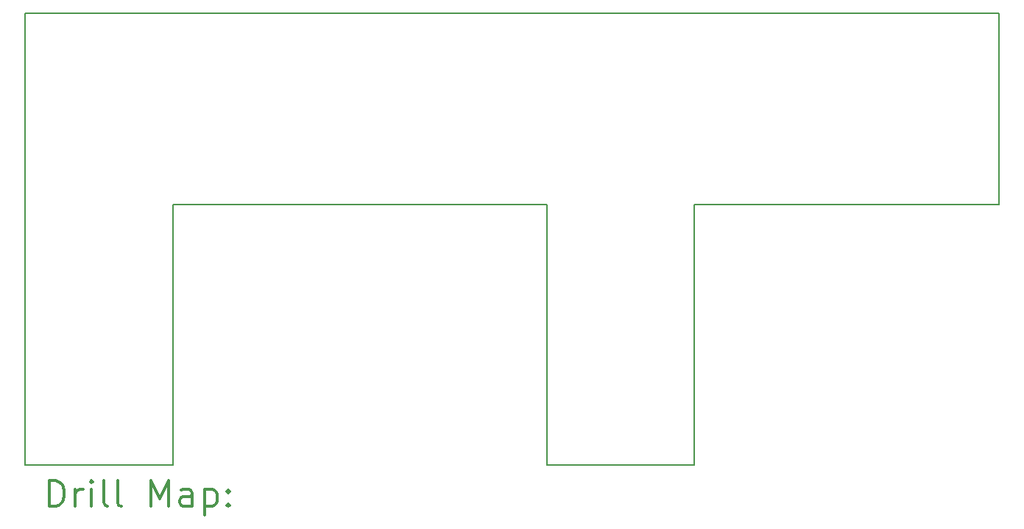
<source format=gbr>
%FSLAX45Y45*%
G04 Gerber Fmt 4.5, Leading zero omitted, Abs format (unit mm)*
G04 Created by KiCad (PCBNEW (5.0.0)) date 11/23/18 00:33:10*
%MOMM*%
%LPD*%
G01*
G04 APERTURE LIST*
%ADD10C,0.150000*%
%ADD11C,0.200000*%
%ADD12C,0.300000*%
G04 APERTURE END LIST*
D10*
X2100000Y-2300000D02*
X2100000Y-7500000D01*
X13300000Y-2300000D02*
X2100000Y-2300000D01*
X13300000Y-4500000D02*
X13300000Y-2300000D01*
X9800000Y-4500000D02*
X13300000Y-4500000D01*
X9800000Y-7500000D02*
X9800000Y-4500000D01*
X8100000Y-7500000D02*
X9800000Y-7500000D01*
X8100000Y-4500000D02*
X8100000Y-7500000D01*
X3800000Y-4500000D02*
X8100000Y-4500000D01*
X3800000Y-7500000D02*
X3800000Y-4500000D01*
X2100000Y-7500000D02*
X3800000Y-7500000D01*
D11*
D12*
X2378928Y-7973214D02*
X2378928Y-7673214D01*
X2450357Y-7673214D01*
X2493214Y-7687500D01*
X2521786Y-7716071D01*
X2536071Y-7744643D01*
X2550357Y-7801786D01*
X2550357Y-7844643D01*
X2536071Y-7901786D01*
X2521786Y-7930357D01*
X2493214Y-7958929D01*
X2450357Y-7973214D01*
X2378928Y-7973214D01*
X2678928Y-7973214D02*
X2678928Y-7773214D01*
X2678928Y-7830357D02*
X2693214Y-7801786D01*
X2707500Y-7787500D01*
X2736071Y-7773214D01*
X2764643Y-7773214D01*
X2864643Y-7973214D02*
X2864643Y-7773214D01*
X2864643Y-7673214D02*
X2850357Y-7687500D01*
X2864643Y-7701786D01*
X2878928Y-7687500D01*
X2864643Y-7673214D01*
X2864643Y-7701786D01*
X3050357Y-7973214D02*
X3021786Y-7958929D01*
X3007500Y-7930357D01*
X3007500Y-7673214D01*
X3207500Y-7973214D02*
X3178928Y-7958929D01*
X3164643Y-7930357D01*
X3164643Y-7673214D01*
X3550357Y-7973214D02*
X3550357Y-7673214D01*
X3650357Y-7887500D01*
X3750357Y-7673214D01*
X3750357Y-7973214D01*
X4021786Y-7973214D02*
X4021786Y-7816071D01*
X4007500Y-7787500D01*
X3978928Y-7773214D01*
X3921786Y-7773214D01*
X3893214Y-7787500D01*
X4021786Y-7958929D02*
X3993214Y-7973214D01*
X3921786Y-7973214D01*
X3893214Y-7958929D01*
X3878928Y-7930357D01*
X3878928Y-7901786D01*
X3893214Y-7873214D01*
X3921786Y-7858929D01*
X3993214Y-7858929D01*
X4021786Y-7844643D01*
X4164643Y-7773214D02*
X4164643Y-8073214D01*
X4164643Y-7787500D02*
X4193214Y-7773214D01*
X4250357Y-7773214D01*
X4278928Y-7787500D01*
X4293214Y-7801786D01*
X4307500Y-7830357D01*
X4307500Y-7916071D01*
X4293214Y-7944643D01*
X4278928Y-7958929D01*
X4250357Y-7973214D01*
X4193214Y-7973214D01*
X4164643Y-7958929D01*
X4436071Y-7944643D02*
X4450357Y-7958929D01*
X4436071Y-7973214D01*
X4421786Y-7958929D01*
X4436071Y-7944643D01*
X4436071Y-7973214D01*
X4436071Y-7787500D02*
X4450357Y-7801786D01*
X4436071Y-7816071D01*
X4421786Y-7801786D01*
X4436071Y-7787500D01*
X4436071Y-7816071D01*
M02*

</source>
